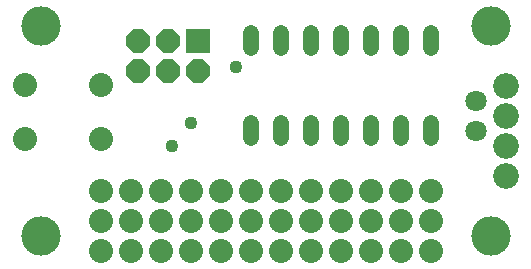
<source format=gts>
G75*
%MOIN*%
%OFA0B0*%
%FSLAX25Y25*%
%IPPOS*%
%LPD*%
%AMOC8*
5,1,8,0,0,1.08239X$1,22.5*
%
%ADD10C,0.13100*%
%ADD11C,0.05400*%
%ADD12R,0.08000X0.08000*%
%ADD13OC8,0.08000*%
%ADD14C,0.08000*%
%ADD15C,0.08600*%
%ADD16C,0.07100*%
%ADD17C,0.04362*%
D10*
X0016000Y0016167D03*
X0016000Y0086167D03*
X0166000Y0086167D03*
X0166000Y0016167D03*
D11*
X0146000Y0048767D02*
X0146000Y0053567D01*
X0136000Y0053567D02*
X0136000Y0048767D01*
X0126000Y0048767D02*
X0126000Y0053567D01*
X0116000Y0053567D02*
X0116000Y0048767D01*
X0106000Y0048767D02*
X0106000Y0053567D01*
X0096000Y0053567D02*
X0096000Y0048767D01*
X0086000Y0048767D02*
X0086000Y0053567D01*
X0086000Y0078767D02*
X0086000Y0083567D01*
X0096000Y0083567D02*
X0096000Y0078767D01*
X0106000Y0078767D02*
X0106000Y0083567D01*
X0116000Y0083567D02*
X0116000Y0078767D01*
X0126000Y0078767D02*
X0126000Y0083567D01*
X0136000Y0083567D02*
X0136000Y0078767D01*
X0146000Y0078767D02*
X0146000Y0083567D01*
D12*
X0068500Y0081167D03*
D13*
X0058500Y0081167D03*
X0048500Y0081167D03*
X0048500Y0071167D03*
X0058500Y0071167D03*
X0068500Y0071167D03*
D14*
X0036300Y0066317D03*
X0010700Y0066317D03*
X0010700Y0048517D03*
X0036300Y0048517D03*
X0036000Y0031167D03*
X0046000Y0031167D03*
X0056000Y0031167D03*
X0066000Y0031167D03*
X0076000Y0031167D03*
X0086000Y0031167D03*
X0096000Y0031167D03*
X0106000Y0031167D03*
X0116000Y0031167D03*
X0126000Y0031167D03*
X0136000Y0031167D03*
X0146000Y0031167D03*
X0146000Y0021167D03*
X0136000Y0021167D03*
X0126000Y0021167D03*
X0116000Y0021167D03*
X0106000Y0021167D03*
X0096000Y0021167D03*
X0086000Y0021167D03*
X0076000Y0021167D03*
X0066000Y0021167D03*
X0056000Y0021167D03*
X0046000Y0021167D03*
X0036000Y0021167D03*
X0036000Y0011167D03*
X0046000Y0011167D03*
X0056000Y0011167D03*
X0066000Y0011167D03*
X0076000Y0011167D03*
X0086000Y0011167D03*
X0096000Y0011167D03*
X0106000Y0011167D03*
X0116000Y0011167D03*
X0126000Y0011167D03*
X0136000Y0011167D03*
X0146000Y0011167D03*
D15*
X0171000Y0036167D03*
X0171000Y0046167D03*
X0171000Y0056167D03*
X0171000Y0066167D03*
D16*
X0161000Y0061167D03*
X0161000Y0051167D03*
D17*
X0081000Y0072417D03*
X0066000Y0053667D03*
X0059750Y0046167D03*
M02*

</source>
